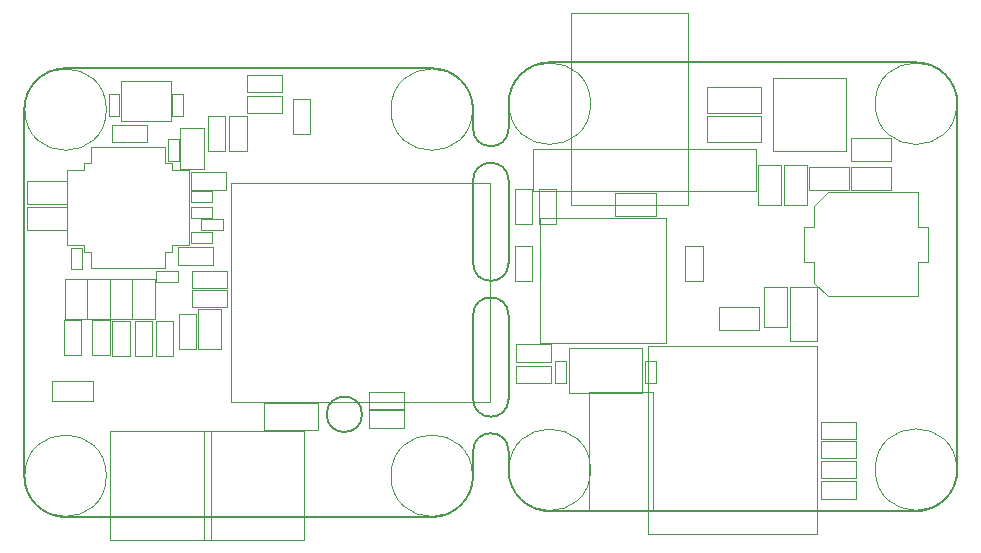
<source format=gbr>
%TF.GenerationSoftware,KiCad,Pcbnew,(5.1.8-0-10_14)*%
%TF.CreationDate,2021-08-18T13:43:03+02:00*%
%TF.ProjectId,ethersweep,65746865-7273-4776-9565-702e6b696361,2.0.1*%
%TF.SameCoordinates,Original*%
%TF.FileFunction,Other,User*%
%FSLAX46Y46*%
G04 Gerber Fmt 4.6, Leading zero omitted, Abs format (unit mm)*
G04 Created by KiCad (PCBNEW (5.1.8-0-10_14)) date 2021-08-18 13:43:03*
%MOMM*%
%LPD*%
G01*
G04 APERTURE LIST*
%TA.AperFunction,Profile*%
%ADD10C,0.150000*%
%TD*%
%ADD11C,0.050000*%
G04 APERTURE END LIST*
D10*
X198000000Y-81000000D02*
G75*
G02*
X201500000Y-84500000I0J-3500000D01*
G01*
X160500000Y-115500000D02*
X160500000Y-113900000D01*
X163500000Y-86600000D02*
X163500000Y-85000000D01*
X163500000Y-86600000D02*
G75*
G02*
X160500000Y-86600000I-1500000J0D01*
G01*
X163500000Y-115500000D02*
X163500000Y-113900000D01*
X160500000Y-86600000D02*
X160500000Y-85000000D01*
X160500000Y-113900000D02*
G75*
G02*
X163500000Y-113900000I1500000J0D01*
G01*
X163500000Y-98000000D02*
G75*
G02*
X160500000Y-98000000I-1500000J0D01*
G01*
X160500000Y-91000000D02*
G75*
G02*
X163500000Y-91000000I1500000J0D01*
G01*
X163500000Y-98000000D02*
X163500000Y-91000000D01*
X160500000Y-109500000D02*
X160500000Y-102400000D01*
X160500000Y-102400000D02*
G75*
G02*
X163500000Y-102400000I1500000J0D01*
G01*
X160500000Y-98000000D02*
X160500000Y-91000000D01*
X163500000Y-109500000D02*
X163500000Y-102400000D01*
X163500000Y-109500000D02*
G75*
G02*
X160500000Y-109500000I-1500000J0D01*
G01*
X160500000Y-116000000D02*
X160500000Y-115500000D01*
X163500000Y-84500000D02*
X163500000Y-85000000D01*
X151100000Y-110800000D02*
G75*
G03*
X151100000Y-110800000I-1500000J0D01*
G01*
X126000000Y-119500000D02*
G75*
G02*
X122500000Y-116000000I0J3500000D01*
G01*
X126000000Y-119500000D02*
X157000000Y-119500000D01*
X167000000Y-81000000D02*
X198000000Y-81000000D01*
X163500000Y-84500000D02*
G75*
G02*
X167000000Y-81000000I3500000J0D01*
G01*
X201500000Y-115500000D02*
G75*
G02*
X198000000Y-119000000I-3500000J0D01*
G01*
X167000000Y-119000000D02*
G75*
G02*
X163500000Y-115500000I0J3500000D01*
G01*
X167000000Y-119000000D02*
X198000000Y-119000000D01*
X201500000Y-115500000D02*
X201500000Y-84500000D01*
X122500000Y-85000000D02*
X122500000Y-116000000D01*
X160500000Y-116000000D02*
G75*
G02*
X157000000Y-119500000I-3500000J0D01*
G01*
X157000000Y-81500000D02*
G75*
G02*
X160500000Y-85000000I0J-3500000D01*
G01*
X122500000Y-85000000D02*
G75*
G02*
X126000000Y-81500000I3500000J0D01*
G01*
X157000000Y-81500000D02*
X126000000Y-81500000D01*
D11*
X198200000Y-92000000D02*
X198200000Y-94900000D01*
X198200000Y-94900000D02*
X199050000Y-94900000D01*
X199050000Y-94900000D02*
X199050000Y-97900000D01*
X199050000Y-97900000D02*
X198200000Y-97900000D01*
X198200000Y-97900000D02*
X198200000Y-100800000D01*
X190550000Y-100800000D02*
X198200000Y-100800000D01*
X190550000Y-92000000D02*
X198200000Y-92000000D01*
X189400000Y-99650000D02*
X190550000Y-100800000D01*
X189400000Y-93150000D02*
X190550000Y-92000000D01*
X189400000Y-93150000D02*
X189400000Y-94900000D01*
X189400000Y-97900000D02*
X189400000Y-99650000D01*
X189400000Y-94900000D02*
X188550000Y-94900000D01*
X188550000Y-94900000D02*
X188550000Y-97900000D01*
X188550000Y-97900000D02*
X189400000Y-97900000D01*
X201450000Y-84500000D02*
G75*
G03*
X201450000Y-84500000I-3450000J0D01*
G01*
X189650000Y-120900000D02*
X189650000Y-105050000D01*
X189650000Y-105050000D02*
X175350000Y-105050000D01*
X175350000Y-120900000D02*
X175350000Y-105050000D01*
X189650000Y-120900000D02*
X175350000Y-120900000D01*
X138300000Y-121400000D02*
X138300000Y-112200000D01*
X138300000Y-112200000D02*
X129800000Y-112200000D01*
X129800000Y-112200000D02*
X129800000Y-121400000D01*
X129800000Y-121400000D02*
X138300000Y-121400000D01*
X168780000Y-93100000D02*
X178680000Y-93100000D01*
X168780000Y-76810000D02*
X168780000Y-93100000D01*
X178680000Y-76810000D02*
X168780000Y-76810000D01*
X178680000Y-93100000D02*
X178680000Y-76810000D01*
X170450000Y-115500000D02*
G75*
G03*
X170450000Y-115500000I-3450000J0D01*
G01*
X201450000Y-115475001D02*
G75*
G03*
X201450000Y-115475001I-3450000J0D01*
G01*
X170450000Y-84500000D02*
G75*
G03*
X170450000Y-84500000I-3450000J0D01*
G01*
X172550000Y-93980000D02*
X172550000Y-92020000D01*
X172550000Y-92020000D02*
X175950000Y-92020000D01*
X175950000Y-92020000D02*
X175950000Y-93980000D01*
X175950000Y-93980000D02*
X172550000Y-93980000D01*
X168360000Y-108110000D02*
X167440000Y-108110000D01*
X167440000Y-108110000D02*
X167440000Y-106290000D01*
X167440000Y-106290000D02*
X168360000Y-106290000D01*
X168360000Y-106290000D02*
X168360000Y-108110000D01*
X175040000Y-108110000D02*
X175040000Y-106290000D01*
X175960000Y-108110000D02*
X175040000Y-108110000D01*
X175960000Y-106290000D02*
X175960000Y-108110000D01*
X175040000Y-106290000D02*
X175960000Y-106290000D01*
X181300000Y-101720000D02*
X184700000Y-101720000D01*
X181300000Y-103680000D02*
X181300000Y-101720000D01*
X184700000Y-103680000D02*
X181300000Y-103680000D01*
X184700000Y-101720000D02*
X184700000Y-103680000D01*
X137700000Y-121400000D02*
X146200000Y-121400000D01*
X137700000Y-112200000D02*
X137700000Y-121400000D01*
X146200000Y-112200000D02*
X137700000Y-112200000D01*
X146200000Y-121400000D02*
X146200000Y-112200000D01*
X192880000Y-116230000D02*
X189920000Y-116230000D01*
X192880000Y-114770000D02*
X192880000Y-116230000D01*
X189920000Y-114770000D02*
X192880000Y-114770000D01*
X189920000Y-116230000D02*
X189920000Y-114770000D01*
X176800000Y-104800000D02*
X176800000Y-94200000D01*
X166200000Y-104800000D02*
X166200000Y-94200000D01*
X166200000Y-94200000D02*
X176800000Y-94200000D01*
X166200000Y-104800000D02*
X176800000Y-104800000D01*
X129450000Y-85000000D02*
G75*
G03*
X129450000Y-85000000I-3450000J0D01*
G01*
X160450000Y-85000000D02*
G75*
G03*
X160450000Y-85000000I-3450000J0D01*
G01*
X160450000Y-116000000D02*
G75*
G03*
X160450000Y-116000000I-3450000J0D01*
G01*
X129450000Y-116000000D02*
G75*
G03*
X129450000Y-116000000I-3450000J0D01*
G01*
X164020000Y-96520000D02*
X165480000Y-96520000D01*
X165480000Y-96520000D02*
X165480000Y-99480000D01*
X165480000Y-99480000D02*
X164020000Y-99480000D01*
X164020000Y-99480000D02*
X164020000Y-96520000D01*
X178470000Y-99480000D02*
X178470000Y-96520000D01*
X179930000Y-99480000D02*
X178470000Y-99480000D01*
X179930000Y-96520000D02*
X179930000Y-99480000D01*
X178470000Y-96520000D02*
X179930000Y-96520000D01*
X165530000Y-91720000D02*
X165530000Y-94680000D01*
X164070000Y-91720000D02*
X165530000Y-91720000D01*
X164070000Y-94680000D02*
X164070000Y-91720000D01*
X165530000Y-94680000D02*
X164070000Y-94680000D01*
X167530000Y-94680000D02*
X166070000Y-94680000D01*
X166070000Y-94680000D02*
X166070000Y-91720000D01*
X166070000Y-91720000D02*
X167530000Y-91720000D01*
X167530000Y-91720000D02*
X167530000Y-94680000D01*
X146730000Y-87080000D02*
X145270000Y-87080000D01*
X145270000Y-87080000D02*
X145270000Y-84120000D01*
X145270000Y-84120000D02*
X146730000Y-84120000D01*
X146730000Y-84120000D02*
X146730000Y-87080000D01*
X174800000Y-109000000D02*
X174800000Y-105200000D01*
X174800000Y-105200000D02*
X168600000Y-105200000D01*
X168600000Y-105200000D02*
X168600000Y-109000000D01*
X168600000Y-109000000D02*
X174800000Y-109000000D01*
X192885001Y-112885001D02*
X189925001Y-112885001D01*
X192885001Y-111425001D02*
X192885001Y-112885001D01*
X189925001Y-111425001D02*
X192885001Y-111425001D01*
X189925001Y-112885001D02*
X189925001Y-111425001D01*
X192880000Y-113070000D02*
X192880000Y-114530000D01*
X192880000Y-114530000D02*
X189920000Y-114530000D01*
X189920000Y-114530000D02*
X189920000Y-113070000D01*
X189920000Y-113070000D02*
X192880000Y-113070000D01*
X147380000Y-109880000D02*
X147380000Y-112120000D01*
X147380000Y-112120000D02*
X142820000Y-112120000D01*
X142820000Y-112120000D02*
X142820000Y-109880000D01*
X142820000Y-109880000D02*
X147380000Y-109880000D01*
X137030000Y-105280000D02*
X135570000Y-105280000D01*
X135570000Y-105280000D02*
X135570000Y-102320000D01*
X135570000Y-102320000D02*
X137030000Y-102320000D01*
X137030000Y-102320000D02*
X137030000Y-105280000D01*
X133670000Y-105830000D02*
X133670000Y-102870000D01*
X135130000Y-105830000D02*
X133670000Y-105830000D01*
X135130000Y-102870000D02*
X135130000Y-105830000D01*
X133670000Y-102870000D02*
X135130000Y-102870000D01*
X136590000Y-94160000D02*
X136590000Y-93240000D01*
X136590000Y-93240000D02*
X138410000Y-93240000D01*
X138410000Y-93240000D02*
X138410000Y-94160000D01*
X138410000Y-94160000D02*
X136590000Y-94160000D01*
X139310000Y-95160000D02*
X137490000Y-95160000D01*
X139310000Y-94240000D02*
X139310000Y-95160000D01*
X137490000Y-94240000D02*
X139310000Y-94240000D01*
X137490000Y-95160000D02*
X137490000Y-94240000D01*
X135560000Y-89310000D02*
X134640000Y-89310000D01*
X134640000Y-89310000D02*
X134640000Y-87490000D01*
X134640000Y-87490000D02*
X135560000Y-87490000D01*
X135560000Y-87490000D02*
X135560000Y-89310000D01*
X135510000Y-99560000D02*
X133690000Y-99560000D01*
X135510000Y-98640000D02*
X135510000Y-99560000D01*
X133690000Y-98640000D02*
X135510000Y-98640000D01*
X133690000Y-99560000D02*
X133690000Y-98640000D01*
X126440000Y-98510000D02*
X126440000Y-96690000D01*
X127360000Y-98510000D02*
X126440000Y-98510000D01*
X127360000Y-96690000D02*
X127360000Y-98510000D01*
X126440000Y-96690000D02*
X127360000Y-96690000D01*
X138410000Y-96260000D02*
X136590000Y-96260000D01*
X138410000Y-95340000D02*
X138410000Y-96260000D01*
X136590000Y-95340000D02*
X138410000Y-95340000D01*
X136590000Y-96260000D02*
X136590000Y-95340000D01*
X137680000Y-90000000D02*
X135720000Y-90000000D01*
X135720000Y-90000000D02*
X135720000Y-86600000D01*
X135720000Y-86600000D02*
X137680000Y-86600000D01*
X137680000Y-86600000D02*
X137680000Y-90000000D01*
X122700000Y-91020000D02*
X126100000Y-91020000D01*
X122700000Y-92980000D02*
X122700000Y-91020000D01*
X126100000Y-92980000D02*
X122700000Y-92980000D01*
X126100000Y-91020000D02*
X126100000Y-92980000D01*
X135960000Y-85510000D02*
X135040000Y-85510000D01*
X135040000Y-85510000D02*
X135040000Y-83690000D01*
X135040000Y-83690000D02*
X135960000Y-83690000D01*
X135960000Y-83690000D02*
X135960000Y-85510000D01*
X130560000Y-85510000D02*
X129640000Y-85510000D01*
X129640000Y-85510000D02*
X129640000Y-83690000D01*
X129640000Y-83690000D02*
X130560000Y-83690000D01*
X130560000Y-83690000D02*
X130560000Y-85510000D01*
X139580000Y-91780000D02*
X136620000Y-91780000D01*
X139580000Y-90320000D02*
X139580000Y-91780000D01*
X136620000Y-90320000D02*
X139580000Y-90320000D01*
X136620000Y-91780000D02*
X136620000Y-90320000D01*
X138430000Y-92810000D02*
X136610000Y-92810000D01*
X138430000Y-91890000D02*
X138430000Y-92810000D01*
X136610000Y-91890000D02*
X138430000Y-91890000D01*
X136610000Y-92810000D02*
X136610000Y-91890000D01*
X165600000Y-91900000D02*
X184450000Y-91900000D01*
X184450000Y-91900000D02*
X184450000Y-88300000D01*
X184450000Y-88300000D02*
X165600000Y-88300000D01*
X165600000Y-88300000D02*
X165600000Y-91900000D01*
X161920000Y-91250000D02*
X140020000Y-91250000D01*
X140020000Y-91250000D02*
X140020000Y-109750000D01*
X140020000Y-109750000D02*
X161920000Y-109750000D01*
X161920000Y-109750000D02*
X161920000Y-91250000D01*
X124850000Y-109650000D02*
X124850000Y-107950000D01*
X124850000Y-107950000D02*
X128350000Y-107950000D01*
X128350000Y-107950000D02*
X128350000Y-109650000D01*
X128350000Y-109650000D02*
X124850000Y-109650000D01*
X127850000Y-99370000D02*
X127850000Y-102730000D01*
X125950000Y-99370000D02*
X127850000Y-99370000D01*
X125950000Y-102730000D02*
X125950000Y-99370000D01*
X127850000Y-102730000D02*
X125950000Y-102730000D01*
X129750000Y-102730000D02*
X127850000Y-102730000D01*
X127850000Y-102730000D02*
X127850000Y-99370000D01*
X127850000Y-99370000D02*
X129750000Y-99370000D01*
X129750000Y-99370000D02*
X129750000Y-102730000D01*
X131650000Y-99370000D02*
X131650000Y-102730000D01*
X129750000Y-99370000D02*
X131650000Y-99370000D01*
X129750000Y-102730000D02*
X129750000Y-99370000D01*
X131650000Y-102730000D02*
X129750000Y-102730000D01*
X133550000Y-102730000D02*
X131650000Y-102730000D01*
X131650000Y-102730000D02*
X131650000Y-99370000D01*
X131650000Y-99370000D02*
X133550000Y-99370000D01*
X133550000Y-99370000D02*
X133550000Y-102730000D01*
X127330000Y-105780000D02*
X125870000Y-105780000D01*
X125870000Y-105780000D02*
X125870000Y-102820000D01*
X125870000Y-102820000D02*
X127330000Y-102820000D01*
X127330000Y-102820000D02*
X127330000Y-105780000D01*
X129730000Y-105780000D02*
X128270000Y-105780000D01*
X128270000Y-105780000D02*
X128270000Y-102820000D01*
X128270000Y-102820000D02*
X129730000Y-102820000D01*
X129730000Y-102820000D02*
X129730000Y-105780000D01*
X131430000Y-102870000D02*
X131430000Y-105830000D01*
X129970000Y-102870000D02*
X131430000Y-102870000D01*
X129970000Y-105830000D02*
X129970000Y-102870000D01*
X131430000Y-105830000D02*
X129970000Y-105830000D01*
X154680000Y-110470000D02*
X154680000Y-111930000D01*
X154680000Y-111930000D02*
X151720000Y-111930000D01*
X151720000Y-111930000D02*
X151720000Y-110470000D01*
X151720000Y-110470000D02*
X154680000Y-110470000D01*
X151720000Y-108870000D02*
X154680000Y-108870000D01*
X151720000Y-110330000D02*
X151720000Y-108870000D01*
X154680000Y-110330000D02*
X151720000Y-110330000D01*
X154680000Y-108870000D02*
X154680000Y-110330000D01*
X133330000Y-102870000D02*
X133330000Y-105830000D01*
X131870000Y-102870000D02*
X133330000Y-102870000D01*
X131870000Y-105830000D02*
X131870000Y-102870000D01*
X133330000Y-105830000D02*
X131870000Y-105830000D01*
X134450000Y-88150000D02*
X131300000Y-88150000D01*
X134450000Y-89550000D02*
X134450000Y-88150000D01*
X135050000Y-89550000D02*
X134450000Y-89550000D01*
X135050000Y-90150000D02*
X135050000Y-89550000D01*
X136450000Y-90150000D02*
X135050000Y-90150000D01*
X136450000Y-93300000D02*
X136450000Y-90150000D01*
X134450000Y-98450000D02*
X131300000Y-98450000D01*
X134450000Y-97050000D02*
X134450000Y-98450000D01*
X135050000Y-97050000D02*
X134450000Y-97050000D01*
X135050000Y-96450000D02*
X135050000Y-97050000D01*
X136450000Y-96450000D02*
X135050000Y-96450000D01*
X136450000Y-93300000D02*
X136450000Y-96450000D01*
X128150000Y-88150000D02*
X131300000Y-88150000D01*
X128150000Y-89550000D02*
X128150000Y-88150000D01*
X127550000Y-89550000D02*
X128150000Y-89550000D01*
X127550000Y-90150000D02*
X127550000Y-89550000D01*
X126150000Y-90150000D02*
X127550000Y-90150000D01*
X126150000Y-93300000D02*
X126150000Y-90150000D01*
X128150000Y-98450000D02*
X131300000Y-98450000D01*
X128150000Y-97050000D02*
X128150000Y-98450000D01*
X127550000Y-97050000D02*
X128150000Y-97050000D01*
X127550000Y-96450000D02*
X127550000Y-97050000D01*
X126150000Y-96450000D02*
X127550000Y-96450000D01*
X126150000Y-93300000D02*
X126150000Y-96450000D01*
X134900000Y-82600000D02*
X130700000Y-82600000D01*
X134900000Y-86000000D02*
X134900000Y-82600000D01*
X130700000Y-86000000D02*
X134900000Y-86000000D01*
X130700000Y-82600000D02*
X130700000Y-86000000D01*
X189650000Y-104600000D02*
X187350000Y-104600000D01*
X187350000Y-104600000D02*
X187350000Y-100000000D01*
X187350000Y-100000000D02*
X189650000Y-100000000D01*
X189650000Y-100000000D02*
X189650000Y-104600000D01*
X187080000Y-103400000D02*
X185120000Y-103400000D01*
X185120000Y-103400000D02*
X185120000Y-100000000D01*
X185120000Y-100000000D02*
X187080000Y-100000000D01*
X187080000Y-100000000D02*
X187080000Y-103400000D01*
X164120000Y-106330000D02*
X164120000Y-104870000D01*
X164120000Y-104870000D02*
X167080000Y-104870000D01*
X167080000Y-104870000D02*
X167080000Y-106330000D01*
X167080000Y-106330000D02*
X164120000Y-106330000D01*
X192500000Y-91780000D02*
X192500000Y-89820000D01*
X192500000Y-89820000D02*
X195900000Y-89820000D01*
X195900000Y-89820000D02*
X195900000Y-91780000D01*
X195900000Y-91780000D02*
X192500000Y-91780000D01*
X195900000Y-89380000D02*
X192500000Y-89380000D01*
X195900000Y-87420000D02*
X195900000Y-89380000D01*
X192500000Y-87420000D02*
X195900000Y-87420000D01*
X192500000Y-89380000D02*
X192500000Y-87420000D01*
X188900000Y-91780000D02*
X188900000Y-89820000D01*
X188900000Y-89820000D02*
X192300000Y-89820000D01*
X192300000Y-89820000D02*
X192300000Y-91780000D01*
X192300000Y-91780000D02*
X188900000Y-91780000D01*
X186820000Y-89700000D02*
X188780000Y-89700000D01*
X188780000Y-89700000D02*
X188780000Y-93100000D01*
X188780000Y-93100000D02*
X186820000Y-93100000D01*
X186820000Y-93100000D02*
X186820000Y-89700000D01*
X184620000Y-93100000D02*
X184620000Y-89700000D01*
X186580000Y-93100000D02*
X184620000Y-93100000D01*
X186580000Y-89700000D02*
X186580000Y-93100000D01*
X184620000Y-89700000D02*
X186580000Y-89700000D01*
X184880000Y-83080000D02*
X184880000Y-85320000D01*
X184880000Y-85320000D02*
X180320000Y-85320000D01*
X180320000Y-85320000D02*
X180320000Y-83080000D01*
X180320000Y-83080000D02*
X184880000Y-83080000D01*
X180314999Y-85534999D02*
X184874999Y-85534999D01*
X180314999Y-87774999D02*
X180314999Y-85534999D01*
X184874999Y-87774999D02*
X180314999Y-87774999D01*
X184874999Y-85534999D02*
X184874999Y-87774999D01*
X170300000Y-119000000D02*
X175700000Y-119000000D01*
X175700000Y-119000000D02*
X175700000Y-108900000D01*
X175700000Y-108900000D02*
X170300000Y-108900000D01*
X170300000Y-108900000D02*
X170300000Y-119000000D01*
X185900000Y-88500000D02*
X192100000Y-88500000D01*
X192100000Y-88500000D02*
X192100000Y-82300000D01*
X192100000Y-82300000D02*
X185900000Y-82300000D01*
X185900000Y-82300000D02*
X185900000Y-88500000D01*
X136720000Y-100130000D02*
X136720000Y-98670000D01*
X136720000Y-98670000D02*
X139680000Y-98670000D01*
X139680000Y-98670000D02*
X139680000Y-100130000D01*
X139680000Y-100130000D02*
X136720000Y-100130000D01*
X139680000Y-101730000D02*
X136720000Y-101730000D01*
X139680000Y-100270000D02*
X139680000Y-101730000D01*
X136720000Y-100270000D02*
X139680000Y-100270000D01*
X136720000Y-101730000D02*
X136720000Y-100270000D01*
X139150000Y-101920000D02*
X139150000Y-105280000D01*
X137250000Y-101920000D02*
X139150000Y-101920000D01*
X137250000Y-105280000D02*
X137250000Y-101920000D01*
X139150000Y-105280000D02*
X137250000Y-105280000D01*
X129920000Y-86270000D02*
X132880000Y-86270000D01*
X129920000Y-87730000D02*
X129920000Y-86270000D01*
X132880000Y-87730000D02*
X129920000Y-87730000D01*
X132880000Y-86270000D02*
X132880000Y-87730000D01*
X138480000Y-96670000D02*
X138480000Y-98130000D01*
X138480000Y-98130000D02*
X135520000Y-98130000D01*
X135520000Y-98130000D02*
X135520000Y-96670000D01*
X135520000Y-96670000D02*
X138480000Y-96670000D01*
X141320000Y-83870000D02*
X144280000Y-83870000D01*
X141320000Y-85330000D02*
X141320000Y-83870000D01*
X144280000Y-85330000D02*
X141320000Y-85330000D01*
X144280000Y-83870000D02*
X144280000Y-85330000D01*
X144280000Y-82070000D02*
X144280000Y-83530000D01*
X144280000Y-83530000D02*
X141320000Y-83530000D01*
X141320000Y-83530000D02*
X141320000Y-82070000D01*
X141320000Y-82070000D02*
X144280000Y-82070000D01*
X141330000Y-88480000D02*
X139870000Y-88480000D01*
X139870000Y-88480000D02*
X139870000Y-85520000D01*
X139870000Y-85520000D02*
X141330000Y-85520000D01*
X141330000Y-85520000D02*
X141330000Y-88480000D01*
X139530000Y-85520000D02*
X139530000Y-88480000D01*
X138070000Y-85520000D02*
X139530000Y-85520000D01*
X138070000Y-88480000D02*
X138070000Y-85520000D01*
X139530000Y-88480000D02*
X138070000Y-88480000D01*
X189920000Y-117930000D02*
X189920000Y-116470000D01*
X189920000Y-116470000D02*
X192880000Y-116470000D01*
X192880000Y-116470000D02*
X192880000Y-117930000D01*
X192880000Y-117930000D02*
X189920000Y-117930000D01*
X167080000Y-108130000D02*
X164120000Y-108130000D01*
X167080000Y-106670000D02*
X167080000Y-108130000D01*
X164120000Y-106670000D02*
X167080000Y-106670000D01*
X164120000Y-108130000D02*
X164120000Y-106670000D01*
X126100000Y-95180000D02*
X122700000Y-95180000D01*
X126100000Y-93220000D02*
X126100000Y-95180000D01*
X122700000Y-93220000D02*
X126100000Y-93220000D01*
X122700000Y-95180000D02*
X122700000Y-93220000D01*
M02*

</source>
